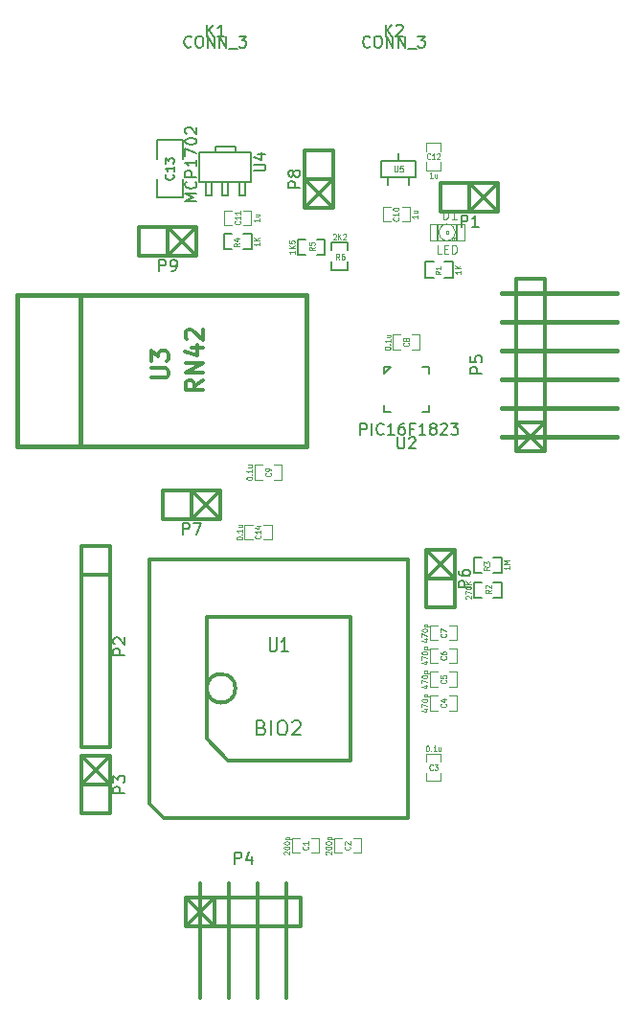
<source format=gto>
G04 (created by PCBNEW (2013-mar-13)-testing) date Wed 06 Nov 2013 09:32:46 AM CET*
%MOIN*%
G04 Gerber Fmt 3.4, Leading zero omitted, Abs format*
%FSLAX34Y34*%
G01*
G70*
G90*
G04 APERTURE LIST*
%ADD10C,0.005906*%
%ADD11C,0.004700*%
%ADD12C,0.005000*%
%ADD13C,0.002600*%
%ADD14C,0.004000*%
%ADD15C,0.012000*%
%ADD16C,0.015000*%
%ADD17C,0.004500*%
%ADD18C,0.003500*%
%ADD19C,0.008000*%
%ADD20C,0.007900*%
%ADD21C,0.003900*%
G04 APERTURE END LIST*
G54D10*
G54D11*
X50748Y-47854D02*
X51023Y-47854D01*
X50354Y-47854D02*
X50079Y-47854D01*
X50748Y-47342D02*
X51023Y-47342D01*
X50079Y-47342D02*
X50354Y-47342D01*
X51023Y-47348D02*
X51023Y-47848D01*
X50079Y-47848D02*
X50079Y-47348D01*
X52204Y-47854D02*
X52479Y-47854D01*
X51810Y-47854D02*
X51535Y-47854D01*
X52204Y-47342D02*
X52479Y-47342D01*
X51535Y-47342D02*
X51810Y-47342D01*
X52479Y-47348D02*
X52479Y-47848D01*
X51535Y-47848D02*
X51535Y-47348D01*
X54744Y-45078D02*
X54744Y-45353D01*
X54744Y-44684D02*
X54744Y-44409D01*
X55256Y-45078D02*
X55256Y-45353D01*
X55256Y-44409D02*
X55256Y-44684D01*
X55250Y-45353D02*
X54750Y-45353D01*
X54750Y-44409D02*
X55250Y-44409D01*
X55551Y-42893D02*
X55826Y-42893D01*
X55157Y-42893D02*
X54882Y-42893D01*
X55551Y-42381D02*
X55826Y-42381D01*
X54882Y-42381D02*
X55157Y-42381D01*
X55826Y-42387D02*
X55826Y-42887D01*
X54882Y-42887D02*
X54882Y-42387D01*
X55551Y-42067D02*
X55826Y-42067D01*
X55157Y-42067D02*
X54882Y-42067D01*
X55551Y-41555D02*
X55826Y-41555D01*
X54882Y-41555D02*
X55157Y-41555D01*
X55826Y-41561D02*
X55826Y-42061D01*
X54882Y-42061D02*
X54882Y-41561D01*
X55551Y-41240D02*
X55826Y-41240D01*
X55157Y-41240D02*
X54882Y-41240D01*
X55551Y-40728D02*
X55826Y-40728D01*
X54882Y-40728D02*
X55157Y-40728D01*
X55826Y-40734D02*
X55826Y-41234D01*
X54882Y-41234D02*
X54882Y-40734D01*
X55551Y-40452D02*
X55826Y-40452D01*
X55157Y-40452D02*
X54882Y-40452D01*
X55551Y-39940D02*
X55826Y-39940D01*
X54882Y-39940D02*
X55157Y-39940D01*
X55826Y-39946D02*
X55826Y-40446D01*
X54882Y-40446D02*
X54882Y-39946D01*
X54252Y-30334D02*
X54527Y-30334D01*
X53858Y-30334D02*
X53583Y-30334D01*
X54252Y-29822D02*
X54527Y-29822D01*
X53583Y-29822D02*
X53858Y-29822D01*
X54527Y-29828D02*
X54527Y-30328D01*
X53583Y-30328D02*
X53583Y-29828D01*
X49448Y-34862D02*
X49723Y-34862D01*
X49054Y-34862D02*
X48779Y-34862D01*
X49448Y-34350D02*
X49723Y-34350D01*
X48779Y-34350D02*
X49054Y-34350D01*
X49723Y-34356D02*
X49723Y-34856D01*
X48779Y-34856D02*
X48779Y-34356D01*
X53503Y-25373D02*
X53228Y-25373D01*
X53897Y-25373D02*
X54172Y-25373D01*
X53503Y-25885D02*
X53228Y-25885D01*
X54172Y-25885D02*
X53897Y-25885D01*
X53228Y-25879D02*
X53228Y-25379D01*
X54172Y-25379D02*
X54172Y-25879D01*
X47991Y-25492D02*
X47716Y-25492D01*
X48385Y-25492D02*
X48660Y-25492D01*
X47991Y-26004D02*
X47716Y-26004D01*
X48660Y-26004D02*
X48385Y-26004D01*
X47716Y-25998D02*
X47716Y-25498D01*
X48660Y-25498D02*
X48660Y-25998D01*
X55256Y-23425D02*
X55256Y-23150D01*
X55256Y-23819D02*
X55256Y-24094D01*
X54744Y-23425D02*
X54744Y-23150D01*
X54744Y-24094D02*
X54744Y-23819D01*
X54750Y-23150D02*
X55250Y-23150D01*
X55250Y-24094D02*
X54750Y-24094D01*
G54D12*
X46276Y-23055D02*
X45376Y-23055D01*
X45376Y-23055D02*
X45376Y-23705D01*
X46276Y-24405D02*
X46276Y-25055D01*
X46276Y-25055D02*
X45376Y-25055D01*
X45376Y-25055D02*
X45376Y-24405D01*
X46276Y-23705D02*
X46276Y-23055D01*
G54D13*
X55433Y-26298D02*
X55511Y-26298D01*
X55511Y-26298D02*
X55511Y-26220D01*
X55433Y-26220D02*
X55511Y-26220D01*
X55433Y-26298D02*
X55433Y-26220D01*
X55649Y-26534D02*
X55786Y-26534D01*
X55786Y-26534D02*
X55786Y-26436D01*
X55649Y-26436D02*
X55786Y-26436D01*
X55649Y-26534D02*
X55649Y-26436D01*
X55786Y-26534D02*
X55826Y-26534D01*
X55826Y-26534D02*
X55826Y-26063D01*
X55786Y-26063D02*
X55826Y-26063D01*
X55786Y-26534D02*
X55786Y-26063D01*
X55786Y-26043D02*
X55826Y-26043D01*
X55826Y-26043D02*
X55826Y-25984D01*
X55786Y-25984D02*
X55826Y-25984D01*
X55786Y-26043D02*
X55786Y-25984D01*
X55118Y-26534D02*
X55158Y-26534D01*
X55158Y-26534D02*
X55158Y-26063D01*
X55118Y-26063D02*
X55158Y-26063D01*
X55118Y-26534D02*
X55118Y-26063D01*
X55118Y-26043D02*
X55158Y-26043D01*
X55158Y-26043D02*
X55158Y-25984D01*
X55118Y-25984D02*
X55158Y-25984D01*
X55118Y-26043D02*
X55118Y-25984D01*
X55649Y-26534D02*
X55708Y-26534D01*
X55708Y-26534D02*
X55708Y-26436D01*
X55649Y-26436D02*
X55708Y-26436D01*
X55649Y-26534D02*
X55649Y-26436D01*
G54D14*
X56082Y-26554D02*
X54862Y-26554D01*
X54862Y-26554D02*
X54862Y-25964D01*
X54862Y-25964D02*
X56082Y-25964D01*
X56082Y-25964D02*
X56082Y-26554D01*
X55256Y-26456D02*
G75*
G03X55688Y-26455I215J196D01*
G74*
G01*
X55256Y-26063D02*
G75*
G03X55256Y-26455I215J-196D01*
G74*
G01*
X55687Y-26063D02*
G75*
G03X55256Y-26063I-215J-196D01*
G74*
G01*
X55688Y-26456D02*
G75*
G03X55688Y-26063I-215J196D01*
G74*
G01*
G54D15*
X56259Y-25539D02*
X56259Y-24539D01*
X56259Y-24539D02*
X57259Y-25539D01*
X57259Y-24539D02*
X56259Y-25539D01*
X55259Y-24539D02*
X57259Y-24539D01*
X57259Y-25539D02*
X55259Y-25539D01*
X57259Y-24539D02*
X57259Y-25539D01*
X55259Y-25539D02*
X55259Y-24539D01*
X43728Y-38169D02*
X42728Y-38169D01*
X42728Y-37169D02*
X42728Y-44169D01*
X43728Y-44169D02*
X43728Y-37169D01*
X42728Y-37169D02*
X43728Y-37169D01*
X43728Y-44169D02*
X42728Y-44169D01*
X43728Y-45472D02*
X42728Y-45472D01*
X42728Y-45472D02*
X43728Y-44472D01*
X42728Y-44472D02*
X43728Y-45472D01*
X42728Y-46472D02*
X42728Y-44472D01*
X43728Y-44472D02*
X43728Y-46472D01*
X42728Y-44472D02*
X43728Y-44472D01*
X43728Y-46472D02*
X42728Y-46472D01*
X58862Y-33866D02*
X57862Y-32866D01*
X57862Y-32866D02*
X58862Y-32866D01*
X58862Y-32866D02*
X57862Y-33866D01*
G54D16*
X57362Y-33366D02*
X61362Y-33366D01*
X57362Y-28366D02*
X61362Y-28366D01*
X57362Y-29366D02*
X61362Y-29366D01*
X57362Y-30366D02*
X61362Y-30366D01*
X61362Y-31366D02*
X57362Y-31366D01*
X57362Y-32366D02*
X61362Y-32366D01*
G54D15*
X58862Y-33866D02*
X57862Y-33866D01*
X57862Y-33866D02*
X57862Y-27866D01*
X57862Y-27866D02*
X58862Y-27866D01*
X58862Y-27866D02*
X58862Y-33866D01*
X55736Y-38307D02*
X54736Y-38307D01*
X54736Y-38307D02*
X55736Y-37307D01*
X54736Y-37307D02*
X55736Y-38307D01*
X54736Y-39307D02*
X54736Y-37307D01*
X55736Y-37307D02*
X55736Y-39307D01*
X54736Y-37307D02*
X55736Y-37307D01*
X55736Y-39307D02*
X54736Y-39307D01*
X46574Y-36248D02*
X46574Y-35248D01*
X46574Y-35248D02*
X47574Y-36248D01*
X47574Y-35248D02*
X46574Y-36248D01*
X45574Y-35248D02*
X47574Y-35248D01*
X47574Y-36248D02*
X45574Y-36248D01*
X47574Y-35248D02*
X47574Y-36248D01*
X45574Y-36248D02*
X45574Y-35248D01*
X50523Y-24409D02*
X51523Y-24409D01*
X51523Y-24409D02*
X50523Y-25409D01*
X51523Y-25409D02*
X50523Y-24409D01*
X51523Y-23409D02*
X51523Y-25409D01*
X50523Y-25409D02*
X50523Y-23409D01*
X51523Y-25409D02*
X50523Y-25409D01*
X50523Y-23409D02*
X51523Y-23409D01*
X45748Y-27074D02*
X45748Y-26074D01*
X45748Y-26074D02*
X46748Y-27074D01*
X46748Y-26074D02*
X45748Y-27074D01*
X44748Y-26074D02*
X46748Y-26074D01*
X46748Y-27074D02*
X44748Y-27074D01*
X46748Y-26074D02*
X46748Y-27074D01*
X44748Y-27074D02*
X44748Y-26074D01*
G54D12*
X55393Y-27834D02*
X55671Y-27834D01*
X55671Y-27834D02*
X55671Y-27284D01*
X55671Y-27284D02*
X55393Y-27284D01*
X54721Y-27834D02*
X54999Y-27834D01*
X54721Y-27834D02*
X54721Y-27284D01*
X54721Y-27284D02*
X54999Y-27284D01*
X56692Y-38425D02*
X56414Y-38425D01*
X56414Y-38425D02*
X56414Y-38975D01*
X56414Y-38975D02*
X56692Y-38975D01*
X57364Y-38425D02*
X57086Y-38425D01*
X57364Y-38425D02*
X57364Y-38975D01*
X57364Y-38975D02*
X57086Y-38975D01*
X57086Y-38109D02*
X57364Y-38109D01*
X57364Y-38109D02*
X57364Y-37559D01*
X57364Y-37559D02*
X57086Y-37559D01*
X56414Y-38109D02*
X56692Y-38109D01*
X56414Y-38109D02*
X56414Y-37559D01*
X56414Y-37559D02*
X56692Y-37559D01*
X48385Y-26849D02*
X48663Y-26849D01*
X48663Y-26849D02*
X48663Y-26299D01*
X48663Y-26299D02*
X48385Y-26299D01*
X47713Y-26849D02*
X47991Y-26849D01*
X47713Y-26849D02*
X47713Y-26299D01*
X47713Y-26299D02*
X47991Y-26299D01*
X50551Y-26496D02*
X50273Y-26496D01*
X50273Y-26496D02*
X50273Y-27046D01*
X50273Y-27046D02*
X50551Y-27046D01*
X51223Y-26496D02*
X50945Y-26496D01*
X51223Y-26496D02*
X51223Y-27046D01*
X51223Y-27046D02*
X50945Y-27046D01*
X52007Y-26889D02*
X52007Y-26611D01*
X52007Y-26611D02*
X51457Y-26611D01*
X51457Y-26611D02*
X51457Y-26889D01*
X52007Y-27561D02*
X52007Y-27283D01*
X52007Y-27561D02*
X51457Y-27561D01*
X51457Y-27561D02*
X51457Y-27283D01*
G54D15*
X48106Y-42125D02*
G75*
G03X48106Y-42125I-500J0D01*
G74*
G01*
X47856Y-44625D02*
X52106Y-44625D01*
X52106Y-39625D02*
X52106Y-44625D01*
X47106Y-39625D02*
X52106Y-39625D01*
X47856Y-44625D02*
X47106Y-43875D01*
X47106Y-43875D02*
X47106Y-39625D01*
X45106Y-46125D02*
X45606Y-46625D01*
X45606Y-46625D02*
X54106Y-46625D01*
X54106Y-46625D02*
X54106Y-37625D01*
X54106Y-37625D02*
X45106Y-37625D01*
X45106Y-37625D02*
X45106Y-46125D01*
G54D16*
X42716Y-33700D02*
X40511Y-33700D01*
X40511Y-33700D02*
X40511Y-28424D01*
X40511Y-28424D02*
X42716Y-28424D01*
X50590Y-33700D02*
X42716Y-33700D01*
X42716Y-33700D02*
X42716Y-28424D01*
X42716Y-28424D02*
X50590Y-28424D01*
X50590Y-28424D02*
X50590Y-33700D01*
G54D12*
X48245Y-24961D02*
X48445Y-24961D01*
X48445Y-24961D02*
X48445Y-24491D01*
X48245Y-24961D02*
X48245Y-24491D01*
X47655Y-24961D02*
X47655Y-24491D01*
X47855Y-24961D02*
X47855Y-24491D01*
X47655Y-24961D02*
X47855Y-24961D01*
X47065Y-24961D02*
X47265Y-24961D01*
X47265Y-24961D02*
X47265Y-24491D01*
X47065Y-24961D02*
X47065Y-24491D01*
X47400Y-23266D02*
X48110Y-23266D01*
X48110Y-23266D02*
X48110Y-23461D01*
X47400Y-23266D02*
X47400Y-23461D01*
X46850Y-24491D02*
X46850Y-23461D01*
X46850Y-23461D02*
X48660Y-23461D01*
X48660Y-23461D02*
X48660Y-24491D01*
X48660Y-24491D02*
X46850Y-24491D01*
X54154Y-24330D02*
X54154Y-24590D01*
X53404Y-24330D02*
X53404Y-24590D01*
X53779Y-23780D02*
X53779Y-23520D01*
X53189Y-23780D02*
X54369Y-23780D01*
X54369Y-23780D02*
X54369Y-24330D01*
X54369Y-24330D02*
X53189Y-24330D01*
X53189Y-24330D02*
X53189Y-23780D01*
G54D15*
X46385Y-49397D02*
X47385Y-50397D01*
X47385Y-49397D02*
X46385Y-50397D01*
X46385Y-49397D02*
X50385Y-49397D01*
X50385Y-49397D02*
X50385Y-50397D01*
X50385Y-50397D02*
X46385Y-50397D01*
X47385Y-49397D02*
X47385Y-50397D01*
X46885Y-48897D02*
X46885Y-52897D01*
X49885Y-48897D02*
X49885Y-52897D01*
X48885Y-52897D02*
X48885Y-48897D01*
X47885Y-48897D02*
X47885Y-52897D01*
X46385Y-50397D02*
X46385Y-49397D01*
G54D11*
X49094Y-36948D02*
X49369Y-36948D01*
X48700Y-36948D02*
X48425Y-36948D01*
X49094Y-36436D02*
X49369Y-36436D01*
X48425Y-36436D02*
X48700Y-36436D01*
X49369Y-36442D02*
X49369Y-36942D01*
X48425Y-36942D02*
X48425Y-36442D01*
G54D10*
X53267Y-31181D02*
X53503Y-30944D01*
X53503Y-32519D02*
X53267Y-32519D01*
X53267Y-32519D02*
X53267Y-32283D01*
X54842Y-32283D02*
X54842Y-32519D01*
X54842Y-32519D02*
X54606Y-32519D01*
X54606Y-30944D02*
X54842Y-30944D01*
X54842Y-30944D02*
X54842Y-31181D01*
X53503Y-30944D02*
X53267Y-30944D01*
X53267Y-30944D02*
X53267Y-31181D01*
G54D17*
X50622Y-47628D02*
X50632Y-47636D01*
X50641Y-47662D01*
X50641Y-47679D01*
X50632Y-47705D01*
X50613Y-47722D01*
X50594Y-47731D01*
X50555Y-47739D01*
X50527Y-47739D01*
X50489Y-47731D01*
X50470Y-47722D01*
X50451Y-47705D01*
X50441Y-47679D01*
X50441Y-47662D01*
X50451Y-47636D01*
X50460Y-47628D01*
X50641Y-47456D02*
X50641Y-47559D01*
X50641Y-47508D02*
X50441Y-47508D01*
X50470Y-47525D01*
X50489Y-47542D01*
X50498Y-47559D01*
X49810Y-47902D02*
X49801Y-47894D01*
X49791Y-47876D01*
X49791Y-47834D01*
X49801Y-47816D01*
X49810Y-47808D01*
X49829Y-47799D01*
X49848Y-47799D01*
X49877Y-47808D01*
X49991Y-47911D01*
X49991Y-47799D01*
X49791Y-47688D02*
X49791Y-47671D01*
X49801Y-47654D01*
X49810Y-47645D01*
X49829Y-47636D01*
X49867Y-47628D01*
X49915Y-47628D01*
X49953Y-47636D01*
X49972Y-47645D01*
X49982Y-47654D01*
X49991Y-47671D01*
X49991Y-47688D01*
X49982Y-47705D01*
X49972Y-47714D01*
X49953Y-47722D01*
X49915Y-47731D01*
X49867Y-47731D01*
X49829Y-47722D01*
X49810Y-47714D01*
X49801Y-47705D01*
X49791Y-47688D01*
X49791Y-47516D02*
X49791Y-47499D01*
X49801Y-47482D01*
X49810Y-47474D01*
X49829Y-47465D01*
X49867Y-47456D01*
X49915Y-47456D01*
X49953Y-47465D01*
X49972Y-47474D01*
X49982Y-47482D01*
X49991Y-47499D01*
X49991Y-47516D01*
X49982Y-47534D01*
X49972Y-47542D01*
X49953Y-47551D01*
X49915Y-47559D01*
X49867Y-47559D01*
X49829Y-47551D01*
X49810Y-47542D01*
X49801Y-47534D01*
X49791Y-47516D01*
X49858Y-47379D02*
X50058Y-47379D01*
X49867Y-47379D02*
X49858Y-47362D01*
X49858Y-47328D01*
X49867Y-47311D01*
X49877Y-47302D01*
X49896Y-47294D01*
X49953Y-47294D01*
X49972Y-47302D01*
X49982Y-47311D01*
X49991Y-47328D01*
X49991Y-47362D01*
X49982Y-47379D01*
X52079Y-47628D02*
X52088Y-47636D01*
X52098Y-47662D01*
X52098Y-47679D01*
X52088Y-47705D01*
X52069Y-47722D01*
X52050Y-47731D01*
X52012Y-47739D01*
X51984Y-47739D01*
X51945Y-47731D01*
X51926Y-47722D01*
X51907Y-47705D01*
X51898Y-47679D01*
X51898Y-47662D01*
X51907Y-47636D01*
X51917Y-47628D01*
X51917Y-47559D02*
X51907Y-47551D01*
X51898Y-47534D01*
X51898Y-47491D01*
X51907Y-47474D01*
X51917Y-47465D01*
X51936Y-47456D01*
X51955Y-47456D01*
X51984Y-47465D01*
X52098Y-47568D01*
X52098Y-47456D01*
X51267Y-47902D02*
X51257Y-47894D01*
X51248Y-47876D01*
X51248Y-47834D01*
X51257Y-47816D01*
X51267Y-47808D01*
X51286Y-47799D01*
X51305Y-47799D01*
X51334Y-47808D01*
X51448Y-47911D01*
X51448Y-47799D01*
X51248Y-47688D02*
X51248Y-47671D01*
X51257Y-47654D01*
X51267Y-47645D01*
X51286Y-47636D01*
X51324Y-47628D01*
X51372Y-47628D01*
X51410Y-47636D01*
X51429Y-47645D01*
X51438Y-47654D01*
X51448Y-47671D01*
X51448Y-47688D01*
X51438Y-47705D01*
X51429Y-47714D01*
X51410Y-47722D01*
X51372Y-47731D01*
X51324Y-47731D01*
X51286Y-47722D01*
X51267Y-47714D01*
X51257Y-47705D01*
X51248Y-47688D01*
X51248Y-47516D02*
X51248Y-47499D01*
X51257Y-47482D01*
X51267Y-47474D01*
X51286Y-47465D01*
X51324Y-47456D01*
X51372Y-47456D01*
X51410Y-47465D01*
X51429Y-47474D01*
X51438Y-47482D01*
X51448Y-47499D01*
X51448Y-47516D01*
X51438Y-47534D01*
X51429Y-47542D01*
X51410Y-47551D01*
X51372Y-47559D01*
X51324Y-47559D01*
X51286Y-47551D01*
X51267Y-47542D01*
X51257Y-47534D01*
X51248Y-47516D01*
X51315Y-47379D02*
X51515Y-47379D01*
X51324Y-47379D02*
X51315Y-47362D01*
X51315Y-47328D01*
X51324Y-47311D01*
X51334Y-47302D01*
X51353Y-47294D01*
X51410Y-47294D01*
X51429Y-47302D01*
X51438Y-47311D01*
X51448Y-47328D01*
X51448Y-47362D01*
X51438Y-47379D01*
X54970Y-44953D02*
X54961Y-44962D01*
X54935Y-44972D01*
X54918Y-44972D01*
X54892Y-44962D01*
X54875Y-44943D01*
X54867Y-44924D01*
X54858Y-44886D01*
X54858Y-44858D01*
X54867Y-44819D01*
X54875Y-44800D01*
X54892Y-44781D01*
X54918Y-44772D01*
X54935Y-44772D01*
X54961Y-44781D01*
X54970Y-44791D01*
X55030Y-44772D02*
X55141Y-44772D01*
X55081Y-44848D01*
X55107Y-44848D01*
X55124Y-44858D01*
X55132Y-44867D01*
X55141Y-44886D01*
X55141Y-44934D01*
X55132Y-44953D01*
X55124Y-44962D01*
X55107Y-44972D01*
X55055Y-44972D01*
X55038Y-44962D01*
X55030Y-44953D01*
X54781Y-44122D02*
X54798Y-44122D01*
X54815Y-44131D01*
X54824Y-44141D01*
X54832Y-44160D01*
X54841Y-44198D01*
X54841Y-44246D01*
X54832Y-44284D01*
X54824Y-44303D01*
X54815Y-44312D01*
X54798Y-44322D01*
X54781Y-44322D01*
X54764Y-44312D01*
X54755Y-44303D01*
X54747Y-44284D01*
X54738Y-44246D01*
X54738Y-44198D01*
X54747Y-44160D01*
X54755Y-44141D01*
X54764Y-44131D01*
X54781Y-44122D01*
X54918Y-44303D02*
X54927Y-44312D01*
X54918Y-44322D01*
X54910Y-44312D01*
X54918Y-44303D01*
X54918Y-44322D01*
X55098Y-44322D02*
X54995Y-44322D01*
X55047Y-44322D02*
X55047Y-44122D01*
X55030Y-44150D01*
X55012Y-44169D01*
X54995Y-44179D01*
X55252Y-44189D02*
X55252Y-44322D01*
X55175Y-44189D02*
X55175Y-44293D01*
X55184Y-44312D01*
X55201Y-44322D01*
X55227Y-44322D01*
X55244Y-44312D01*
X55252Y-44303D01*
X55425Y-42667D02*
X55435Y-42676D01*
X55444Y-42702D01*
X55444Y-42719D01*
X55435Y-42744D01*
X55416Y-42762D01*
X55397Y-42770D01*
X55359Y-42779D01*
X55330Y-42779D01*
X55292Y-42770D01*
X55273Y-42762D01*
X55254Y-42744D01*
X55244Y-42719D01*
X55244Y-42702D01*
X55254Y-42676D01*
X55263Y-42667D01*
X55311Y-42513D02*
X55444Y-42513D01*
X55235Y-42556D02*
X55378Y-42599D01*
X55378Y-42487D01*
X54661Y-42856D02*
X54794Y-42856D01*
X54585Y-42899D02*
X54728Y-42942D01*
X54728Y-42830D01*
X54594Y-42779D02*
X54594Y-42659D01*
X54794Y-42736D01*
X54594Y-42556D02*
X54594Y-42539D01*
X54604Y-42522D01*
X54613Y-42513D01*
X54632Y-42504D01*
X54670Y-42496D01*
X54718Y-42496D01*
X54756Y-42504D01*
X54775Y-42513D01*
X54785Y-42522D01*
X54794Y-42539D01*
X54794Y-42556D01*
X54785Y-42573D01*
X54775Y-42582D01*
X54756Y-42590D01*
X54718Y-42599D01*
X54670Y-42599D01*
X54632Y-42590D01*
X54613Y-42582D01*
X54604Y-42573D01*
X54594Y-42556D01*
X54661Y-42419D02*
X54861Y-42419D01*
X54670Y-42419D02*
X54661Y-42402D01*
X54661Y-42367D01*
X54670Y-42350D01*
X54680Y-42342D01*
X54699Y-42333D01*
X54756Y-42333D01*
X54775Y-42342D01*
X54785Y-42350D01*
X54794Y-42367D01*
X54794Y-42402D01*
X54785Y-42419D01*
X55425Y-41841D02*
X55435Y-41849D01*
X55444Y-41875D01*
X55444Y-41892D01*
X55435Y-41918D01*
X55416Y-41935D01*
X55397Y-41943D01*
X55359Y-41952D01*
X55330Y-41952D01*
X55292Y-41943D01*
X55273Y-41935D01*
X55254Y-41918D01*
X55244Y-41892D01*
X55244Y-41875D01*
X55254Y-41849D01*
X55263Y-41841D01*
X55244Y-41678D02*
X55244Y-41763D01*
X55340Y-41772D01*
X55330Y-41763D01*
X55320Y-41746D01*
X55320Y-41703D01*
X55330Y-41686D01*
X55340Y-41678D01*
X55359Y-41669D01*
X55406Y-41669D01*
X55425Y-41678D01*
X55435Y-41686D01*
X55444Y-41703D01*
X55444Y-41746D01*
X55435Y-41763D01*
X55425Y-41772D01*
X54661Y-42029D02*
X54794Y-42029D01*
X54585Y-42072D02*
X54728Y-42115D01*
X54728Y-42003D01*
X54594Y-41952D02*
X54594Y-41832D01*
X54794Y-41909D01*
X54594Y-41729D02*
X54594Y-41712D01*
X54604Y-41695D01*
X54613Y-41686D01*
X54632Y-41678D01*
X54670Y-41669D01*
X54718Y-41669D01*
X54756Y-41678D01*
X54775Y-41686D01*
X54785Y-41695D01*
X54794Y-41712D01*
X54794Y-41729D01*
X54785Y-41746D01*
X54775Y-41755D01*
X54756Y-41763D01*
X54718Y-41772D01*
X54670Y-41772D01*
X54632Y-41763D01*
X54613Y-41755D01*
X54604Y-41746D01*
X54594Y-41729D01*
X54661Y-41592D02*
X54861Y-41592D01*
X54670Y-41592D02*
X54661Y-41575D01*
X54661Y-41541D01*
X54670Y-41523D01*
X54680Y-41515D01*
X54699Y-41506D01*
X54756Y-41506D01*
X54775Y-41515D01*
X54785Y-41523D01*
X54794Y-41541D01*
X54794Y-41575D01*
X54785Y-41592D01*
X55425Y-41014D02*
X55435Y-41022D01*
X55444Y-41048D01*
X55444Y-41065D01*
X55435Y-41091D01*
X55416Y-41108D01*
X55397Y-41117D01*
X55359Y-41125D01*
X55330Y-41125D01*
X55292Y-41117D01*
X55273Y-41108D01*
X55254Y-41091D01*
X55244Y-41065D01*
X55244Y-41048D01*
X55254Y-41022D01*
X55263Y-41014D01*
X55244Y-40859D02*
X55244Y-40894D01*
X55254Y-40911D01*
X55263Y-40919D01*
X55292Y-40937D01*
X55330Y-40945D01*
X55406Y-40945D01*
X55425Y-40937D01*
X55435Y-40928D01*
X55444Y-40911D01*
X55444Y-40877D01*
X55435Y-40859D01*
X55425Y-40851D01*
X55406Y-40842D01*
X55359Y-40842D01*
X55340Y-40851D01*
X55330Y-40859D01*
X55320Y-40877D01*
X55320Y-40911D01*
X55330Y-40928D01*
X55340Y-40937D01*
X55359Y-40945D01*
X54661Y-41202D02*
X54794Y-41202D01*
X54585Y-41245D02*
X54728Y-41288D01*
X54728Y-41177D01*
X54594Y-41125D02*
X54594Y-41005D01*
X54794Y-41082D01*
X54594Y-40902D02*
X54594Y-40885D01*
X54604Y-40868D01*
X54613Y-40859D01*
X54632Y-40851D01*
X54670Y-40842D01*
X54718Y-40842D01*
X54756Y-40851D01*
X54775Y-40859D01*
X54785Y-40868D01*
X54794Y-40885D01*
X54794Y-40902D01*
X54785Y-40919D01*
X54775Y-40928D01*
X54756Y-40937D01*
X54718Y-40945D01*
X54670Y-40945D01*
X54632Y-40937D01*
X54613Y-40928D01*
X54604Y-40919D01*
X54594Y-40902D01*
X54661Y-40765D02*
X54861Y-40765D01*
X54670Y-40765D02*
X54661Y-40748D01*
X54661Y-40714D01*
X54670Y-40697D01*
X54680Y-40688D01*
X54699Y-40679D01*
X54756Y-40679D01*
X54775Y-40688D01*
X54785Y-40697D01*
X54794Y-40714D01*
X54794Y-40748D01*
X54785Y-40765D01*
X55425Y-40226D02*
X55435Y-40235D01*
X55444Y-40261D01*
X55444Y-40278D01*
X55435Y-40303D01*
X55416Y-40321D01*
X55397Y-40329D01*
X55359Y-40338D01*
X55330Y-40338D01*
X55292Y-40329D01*
X55273Y-40321D01*
X55254Y-40303D01*
X55244Y-40278D01*
X55244Y-40261D01*
X55254Y-40235D01*
X55263Y-40226D01*
X55244Y-40166D02*
X55244Y-40046D01*
X55444Y-40123D01*
X54661Y-40415D02*
X54794Y-40415D01*
X54585Y-40458D02*
X54728Y-40501D01*
X54728Y-40389D01*
X54594Y-40338D02*
X54594Y-40218D01*
X54794Y-40295D01*
X54594Y-40115D02*
X54594Y-40098D01*
X54604Y-40081D01*
X54613Y-40072D01*
X54632Y-40063D01*
X54670Y-40055D01*
X54718Y-40055D01*
X54756Y-40063D01*
X54775Y-40072D01*
X54785Y-40081D01*
X54794Y-40098D01*
X54794Y-40115D01*
X54785Y-40132D01*
X54775Y-40141D01*
X54756Y-40149D01*
X54718Y-40158D01*
X54670Y-40158D01*
X54632Y-40149D01*
X54613Y-40141D01*
X54604Y-40132D01*
X54594Y-40115D01*
X54661Y-39978D02*
X54861Y-39978D01*
X54670Y-39978D02*
X54661Y-39961D01*
X54661Y-39926D01*
X54670Y-39909D01*
X54680Y-39901D01*
X54699Y-39892D01*
X54756Y-39892D01*
X54775Y-39901D01*
X54785Y-39909D01*
X54794Y-39926D01*
X54794Y-39961D01*
X54785Y-39978D01*
X54126Y-30108D02*
X54136Y-30117D01*
X54145Y-30143D01*
X54145Y-30160D01*
X54136Y-30185D01*
X54117Y-30203D01*
X54097Y-30211D01*
X54059Y-30220D01*
X54031Y-30220D01*
X53993Y-30211D01*
X53974Y-30203D01*
X53955Y-30185D01*
X53945Y-30160D01*
X53945Y-30143D01*
X53955Y-30117D01*
X53964Y-30108D01*
X54031Y-30005D02*
X54021Y-30023D01*
X54012Y-30031D01*
X53993Y-30040D01*
X53983Y-30040D01*
X53964Y-30031D01*
X53955Y-30023D01*
X53945Y-30005D01*
X53945Y-29971D01*
X53955Y-29954D01*
X53964Y-29945D01*
X53983Y-29937D01*
X53993Y-29937D01*
X54012Y-29945D01*
X54021Y-29954D01*
X54031Y-29971D01*
X54031Y-30005D01*
X54040Y-30023D01*
X54050Y-30031D01*
X54069Y-30040D01*
X54107Y-30040D01*
X54126Y-30031D01*
X54136Y-30023D01*
X54145Y-30005D01*
X54145Y-29971D01*
X54136Y-29954D01*
X54126Y-29945D01*
X54107Y-29937D01*
X54069Y-29937D01*
X54050Y-29945D01*
X54040Y-29954D01*
X54031Y-29971D01*
X53295Y-30297D02*
X53295Y-30280D01*
X53305Y-30263D01*
X53314Y-30254D01*
X53333Y-30245D01*
X53371Y-30237D01*
X53419Y-30237D01*
X53457Y-30245D01*
X53476Y-30254D01*
X53486Y-30263D01*
X53495Y-30280D01*
X53495Y-30297D01*
X53486Y-30314D01*
X53476Y-30323D01*
X53457Y-30331D01*
X53419Y-30340D01*
X53371Y-30340D01*
X53333Y-30331D01*
X53314Y-30323D01*
X53305Y-30314D01*
X53295Y-30297D01*
X53476Y-30160D02*
X53486Y-30151D01*
X53495Y-30160D01*
X53486Y-30168D01*
X53476Y-30160D01*
X53495Y-30160D01*
X53495Y-29980D02*
X53495Y-30083D01*
X53495Y-30031D02*
X53295Y-30031D01*
X53324Y-30048D01*
X53343Y-30065D01*
X53352Y-30083D01*
X53362Y-29825D02*
X53495Y-29825D01*
X53362Y-29903D02*
X53467Y-29903D01*
X53486Y-29894D01*
X53495Y-29877D01*
X53495Y-29851D01*
X53486Y-29834D01*
X53476Y-29825D01*
X49323Y-34636D02*
X49332Y-34644D01*
X49342Y-34670D01*
X49342Y-34687D01*
X49332Y-34713D01*
X49313Y-34730D01*
X49294Y-34739D01*
X49256Y-34747D01*
X49228Y-34747D01*
X49190Y-34739D01*
X49171Y-34730D01*
X49151Y-34713D01*
X49142Y-34687D01*
X49142Y-34670D01*
X49151Y-34644D01*
X49161Y-34636D01*
X49342Y-34550D02*
X49342Y-34516D01*
X49332Y-34499D01*
X49323Y-34490D01*
X49294Y-34473D01*
X49256Y-34464D01*
X49180Y-34464D01*
X49161Y-34473D01*
X49151Y-34482D01*
X49142Y-34499D01*
X49142Y-34533D01*
X49151Y-34550D01*
X49161Y-34559D01*
X49180Y-34567D01*
X49228Y-34567D01*
X49247Y-34559D01*
X49256Y-34550D01*
X49266Y-34533D01*
X49266Y-34499D01*
X49256Y-34482D01*
X49247Y-34473D01*
X49228Y-34464D01*
X48492Y-34824D02*
X48492Y-34807D01*
X48501Y-34790D01*
X48511Y-34782D01*
X48530Y-34773D01*
X48568Y-34764D01*
X48616Y-34764D01*
X48654Y-34773D01*
X48673Y-34782D01*
X48682Y-34790D01*
X48692Y-34807D01*
X48692Y-34824D01*
X48682Y-34842D01*
X48673Y-34850D01*
X48654Y-34859D01*
X48616Y-34867D01*
X48568Y-34867D01*
X48530Y-34859D01*
X48511Y-34850D01*
X48501Y-34842D01*
X48492Y-34824D01*
X48673Y-34687D02*
X48682Y-34679D01*
X48692Y-34687D01*
X48682Y-34696D01*
X48673Y-34687D01*
X48692Y-34687D01*
X48692Y-34507D02*
X48692Y-34610D01*
X48692Y-34559D02*
X48492Y-34559D01*
X48521Y-34576D01*
X48540Y-34593D01*
X48549Y-34610D01*
X48559Y-34353D02*
X48692Y-34353D01*
X48559Y-34430D02*
X48663Y-34430D01*
X48682Y-34422D01*
X48692Y-34404D01*
X48692Y-34379D01*
X48682Y-34362D01*
X48673Y-34353D01*
X53772Y-25745D02*
X53781Y-25754D01*
X53791Y-25779D01*
X53791Y-25797D01*
X53781Y-25822D01*
X53762Y-25839D01*
X53743Y-25848D01*
X53705Y-25857D01*
X53676Y-25857D01*
X53638Y-25848D01*
X53619Y-25839D01*
X53600Y-25822D01*
X53591Y-25797D01*
X53591Y-25779D01*
X53600Y-25754D01*
X53610Y-25745D01*
X53791Y-25574D02*
X53791Y-25677D01*
X53791Y-25625D02*
X53591Y-25625D01*
X53619Y-25642D01*
X53638Y-25659D01*
X53648Y-25677D01*
X53591Y-25462D02*
X53591Y-25445D01*
X53600Y-25428D01*
X53610Y-25419D01*
X53629Y-25411D01*
X53667Y-25402D01*
X53715Y-25402D01*
X53753Y-25411D01*
X53772Y-25419D01*
X53781Y-25428D01*
X53791Y-25445D01*
X53791Y-25462D01*
X53781Y-25479D01*
X53772Y-25488D01*
X53753Y-25497D01*
X53715Y-25505D01*
X53667Y-25505D01*
X53629Y-25497D01*
X53610Y-25488D01*
X53600Y-25479D01*
X53591Y-25462D01*
X54441Y-25659D02*
X54441Y-25762D01*
X54441Y-25711D02*
X54241Y-25711D01*
X54269Y-25728D01*
X54288Y-25745D01*
X54298Y-25762D01*
X54307Y-25505D02*
X54441Y-25505D01*
X54307Y-25582D02*
X54412Y-25582D01*
X54431Y-25574D01*
X54441Y-25557D01*
X54441Y-25531D01*
X54431Y-25514D01*
X54422Y-25505D01*
X48260Y-25863D02*
X48269Y-25872D01*
X48279Y-25898D01*
X48279Y-25915D01*
X48269Y-25940D01*
X48250Y-25958D01*
X48231Y-25966D01*
X48193Y-25975D01*
X48165Y-25975D01*
X48127Y-25966D01*
X48108Y-25958D01*
X48088Y-25940D01*
X48079Y-25915D01*
X48079Y-25898D01*
X48088Y-25872D01*
X48098Y-25863D01*
X48279Y-25692D02*
X48279Y-25795D01*
X48279Y-25743D02*
X48079Y-25743D01*
X48108Y-25760D01*
X48127Y-25778D01*
X48136Y-25795D01*
X48279Y-25520D02*
X48279Y-25623D01*
X48279Y-25572D02*
X48079Y-25572D01*
X48108Y-25589D01*
X48127Y-25606D01*
X48136Y-25623D01*
X48929Y-25778D02*
X48929Y-25880D01*
X48929Y-25829D02*
X48729Y-25829D01*
X48758Y-25846D01*
X48777Y-25863D01*
X48786Y-25880D01*
X48796Y-25623D02*
X48929Y-25623D01*
X48796Y-25700D02*
X48900Y-25700D01*
X48919Y-25692D01*
X48929Y-25675D01*
X48929Y-25649D01*
X48919Y-25632D01*
X48910Y-25623D01*
X54884Y-23693D02*
X54875Y-23702D01*
X54850Y-23712D01*
X54832Y-23712D01*
X54807Y-23702D01*
X54790Y-23683D01*
X54781Y-23664D01*
X54772Y-23626D01*
X54772Y-23598D01*
X54781Y-23560D01*
X54790Y-23541D01*
X54807Y-23522D01*
X54832Y-23512D01*
X54850Y-23512D01*
X54875Y-23522D01*
X54884Y-23531D01*
X55055Y-23712D02*
X54952Y-23712D01*
X55004Y-23712D02*
X55004Y-23512D01*
X54987Y-23541D01*
X54970Y-23560D01*
X54952Y-23569D01*
X55124Y-23531D02*
X55132Y-23522D01*
X55150Y-23512D01*
X55192Y-23512D01*
X55210Y-23522D01*
X55218Y-23531D01*
X55227Y-23550D01*
X55227Y-23569D01*
X55218Y-23598D01*
X55115Y-23712D01*
X55227Y-23712D01*
X54970Y-24362D02*
X54867Y-24362D01*
X54918Y-24362D02*
X54918Y-24162D01*
X54901Y-24191D01*
X54884Y-24210D01*
X54867Y-24219D01*
X55124Y-24229D02*
X55124Y-24362D01*
X55047Y-24229D02*
X55047Y-24333D01*
X55055Y-24352D01*
X55072Y-24362D01*
X55098Y-24362D01*
X55115Y-24352D01*
X55124Y-24343D01*
G54D12*
X45933Y-24247D02*
X45948Y-24262D01*
X45962Y-24305D01*
X45962Y-24333D01*
X45948Y-24376D01*
X45919Y-24405D01*
X45891Y-24419D01*
X45833Y-24433D01*
X45791Y-24433D01*
X45733Y-24419D01*
X45705Y-24405D01*
X45676Y-24376D01*
X45662Y-24333D01*
X45662Y-24305D01*
X45676Y-24262D01*
X45691Y-24247D01*
X45962Y-23962D02*
X45962Y-24133D01*
X45962Y-24047D02*
X45662Y-24047D01*
X45705Y-24076D01*
X45733Y-24105D01*
X45748Y-24133D01*
X45662Y-23862D02*
X45662Y-23676D01*
X45776Y-23776D01*
X45776Y-23733D01*
X45791Y-23705D01*
X45805Y-23690D01*
X45833Y-23676D01*
X45905Y-23676D01*
X45933Y-23690D01*
X45948Y-23705D01*
X45962Y-23733D01*
X45962Y-23819D01*
X45948Y-23847D01*
X45933Y-23862D01*
G54D18*
X55351Y-25795D02*
X55351Y-25495D01*
X55422Y-25495D01*
X55465Y-25509D01*
X55493Y-25538D01*
X55508Y-25566D01*
X55522Y-25624D01*
X55522Y-25666D01*
X55508Y-25724D01*
X55493Y-25752D01*
X55465Y-25781D01*
X55422Y-25795D01*
X55351Y-25795D01*
X55808Y-25795D02*
X55636Y-25795D01*
X55722Y-25795D02*
X55722Y-25495D01*
X55693Y-25538D01*
X55665Y-25566D01*
X55636Y-25581D01*
X55279Y-26995D02*
X55136Y-26995D01*
X55136Y-26695D01*
X55379Y-26838D02*
X55479Y-26838D01*
X55522Y-26995D02*
X55379Y-26995D01*
X55379Y-26695D01*
X55522Y-26695D01*
X55651Y-26995D02*
X55651Y-26695D01*
X55722Y-26695D01*
X55765Y-26709D01*
X55793Y-26738D01*
X55808Y-26766D01*
X55822Y-26824D01*
X55822Y-26866D01*
X55808Y-26924D01*
X55793Y-26952D01*
X55765Y-26981D01*
X55722Y-26995D01*
X55651Y-26995D01*
G54D10*
X47110Y-19430D02*
X47110Y-19036D01*
X47335Y-19430D02*
X47167Y-19205D01*
X47335Y-19036D02*
X47110Y-19261D01*
X47710Y-19430D02*
X47485Y-19430D01*
X47598Y-19430D02*
X47598Y-19036D01*
X47560Y-19092D01*
X47523Y-19130D01*
X47485Y-19148D01*
X46567Y-19786D02*
X46548Y-19805D01*
X46492Y-19823D01*
X46454Y-19823D01*
X46398Y-19805D01*
X46361Y-19767D01*
X46342Y-19730D01*
X46323Y-19655D01*
X46323Y-19598D01*
X46342Y-19523D01*
X46361Y-19486D01*
X46398Y-19448D01*
X46454Y-19430D01*
X46492Y-19430D01*
X46548Y-19448D01*
X46567Y-19467D01*
X46811Y-19430D02*
X46886Y-19430D01*
X46923Y-19448D01*
X46961Y-19486D01*
X46979Y-19561D01*
X46979Y-19692D01*
X46961Y-19767D01*
X46923Y-19805D01*
X46886Y-19823D01*
X46811Y-19823D01*
X46773Y-19805D01*
X46736Y-19767D01*
X46717Y-19692D01*
X46717Y-19561D01*
X46736Y-19486D01*
X46773Y-19448D01*
X46811Y-19430D01*
X47148Y-19823D02*
X47148Y-19430D01*
X47373Y-19823D01*
X47373Y-19430D01*
X47560Y-19823D02*
X47560Y-19430D01*
X47785Y-19823D01*
X47785Y-19430D01*
X47879Y-19861D02*
X48179Y-19861D01*
X48235Y-19430D02*
X48479Y-19430D01*
X48348Y-19580D01*
X48404Y-19580D01*
X48442Y-19598D01*
X48460Y-19617D01*
X48479Y-19655D01*
X48479Y-19748D01*
X48460Y-19786D01*
X48442Y-19805D01*
X48404Y-19823D01*
X48292Y-19823D01*
X48254Y-19805D01*
X48235Y-19786D01*
X53331Y-19430D02*
X53331Y-19036D01*
X53556Y-19430D02*
X53387Y-19205D01*
X53556Y-19036D02*
X53331Y-19261D01*
X53706Y-19073D02*
X53725Y-19055D01*
X53762Y-19036D01*
X53856Y-19036D01*
X53893Y-19055D01*
X53912Y-19073D01*
X53931Y-19111D01*
X53931Y-19148D01*
X53912Y-19205D01*
X53687Y-19430D01*
X53931Y-19430D01*
X52787Y-19786D02*
X52769Y-19805D01*
X52712Y-19823D01*
X52675Y-19823D01*
X52619Y-19805D01*
X52581Y-19767D01*
X52562Y-19730D01*
X52544Y-19655D01*
X52544Y-19598D01*
X52562Y-19523D01*
X52581Y-19486D01*
X52619Y-19448D01*
X52675Y-19430D01*
X52712Y-19430D01*
X52769Y-19448D01*
X52787Y-19467D01*
X53031Y-19430D02*
X53106Y-19430D01*
X53143Y-19448D01*
X53181Y-19486D01*
X53200Y-19561D01*
X53200Y-19692D01*
X53181Y-19767D01*
X53143Y-19805D01*
X53106Y-19823D01*
X53031Y-19823D01*
X52994Y-19805D01*
X52956Y-19767D01*
X52937Y-19692D01*
X52937Y-19561D01*
X52956Y-19486D01*
X52994Y-19448D01*
X53031Y-19430D01*
X53368Y-19823D02*
X53368Y-19430D01*
X53593Y-19823D01*
X53593Y-19430D01*
X53781Y-19823D02*
X53781Y-19430D01*
X54006Y-19823D01*
X54006Y-19430D01*
X54100Y-19861D02*
X54400Y-19861D01*
X54456Y-19430D02*
X54700Y-19430D01*
X54568Y-19580D01*
X54625Y-19580D01*
X54662Y-19598D01*
X54681Y-19617D01*
X54700Y-19655D01*
X54700Y-19748D01*
X54681Y-19786D01*
X54662Y-19805D01*
X54625Y-19823D01*
X54512Y-19823D01*
X54475Y-19805D01*
X54456Y-19786D01*
G54D19*
X55964Y-26070D02*
X55964Y-25670D01*
X56116Y-25670D01*
X56155Y-25689D01*
X56174Y-25708D01*
X56193Y-25746D01*
X56193Y-25803D01*
X56174Y-25841D01*
X56155Y-25860D01*
X56116Y-25879D01*
X55964Y-25879D01*
X56574Y-26070D02*
X56345Y-26070D01*
X56459Y-26070D02*
X56459Y-25670D01*
X56421Y-25727D01*
X56383Y-25765D01*
X56345Y-25784D01*
X44259Y-40964D02*
X43859Y-40964D01*
X43859Y-40812D01*
X43878Y-40774D01*
X43897Y-40755D01*
X43935Y-40735D01*
X43992Y-40735D01*
X44030Y-40755D01*
X44049Y-40774D01*
X44068Y-40812D01*
X44068Y-40964D01*
X43897Y-40583D02*
X43878Y-40564D01*
X43859Y-40526D01*
X43859Y-40431D01*
X43878Y-40393D01*
X43897Y-40374D01*
X43935Y-40355D01*
X43973Y-40355D01*
X44030Y-40374D01*
X44259Y-40602D01*
X44259Y-40355D01*
X44259Y-45767D02*
X43859Y-45767D01*
X43859Y-45615D01*
X43878Y-45577D01*
X43897Y-45558D01*
X43935Y-45539D01*
X43992Y-45539D01*
X44030Y-45558D01*
X44049Y-45577D01*
X44068Y-45615D01*
X44068Y-45767D01*
X43859Y-45405D02*
X43859Y-45158D01*
X44011Y-45291D01*
X44011Y-45234D01*
X44030Y-45196D01*
X44049Y-45177D01*
X44087Y-45158D01*
X44183Y-45158D01*
X44221Y-45177D01*
X44240Y-45196D01*
X44259Y-45234D01*
X44259Y-45348D01*
X44240Y-45386D01*
X44221Y-45405D01*
X56693Y-31161D02*
X56293Y-31161D01*
X56293Y-31008D01*
X56312Y-30970D01*
X56331Y-30951D01*
X56369Y-30932D01*
X56426Y-30932D01*
X56464Y-30951D01*
X56483Y-30970D01*
X56502Y-31008D01*
X56502Y-31161D01*
X56293Y-30570D02*
X56293Y-30761D01*
X56483Y-30780D01*
X56464Y-30761D01*
X56445Y-30723D01*
X56445Y-30628D01*
X56464Y-30589D01*
X56483Y-30570D01*
X56521Y-30551D01*
X56616Y-30551D01*
X56655Y-30570D01*
X56674Y-30589D01*
X56693Y-30628D01*
X56693Y-30723D01*
X56674Y-30761D01*
X56655Y-30780D01*
X56267Y-38602D02*
X55867Y-38602D01*
X55867Y-38449D01*
X55886Y-38411D01*
X55905Y-38392D01*
X55943Y-38373D01*
X56000Y-38373D01*
X56038Y-38392D01*
X56057Y-38411D01*
X56076Y-38449D01*
X56076Y-38602D01*
X55867Y-38030D02*
X55867Y-38107D01*
X55886Y-38145D01*
X55905Y-38164D01*
X55962Y-38202D01*
X56038Y-38221D01*
X56190Y-38221D01*
X56229Y-38202D01*
X56248Y-38183D01*
X56267Y-38145D01*
X56267Y-38068D01*
X56248Y-38030D01*
X56229Y-38011D01*
X56190Y-37992D01*
X56095Y-37992D01*
X56057Y-38011D01*
X56038Y-38030D01*
X56019Y-38068D01*
X56019Y-38145D01*
X56038Y-38183D01*
X56057Y-38202D01*
X56095Y-38221D01*
X46279Y-36778D02*
X46279Y-36378D01*
X46431Y-36378D01*
X46470Y-36398D01*
X46489Y-36417D01*
X46508Y-36455D01*
X46508Y-36512D01*
X46489Y-36550D01*
X46470Y-36569D01*
X46431Y-36588D01*
X46279Y-36588D01*
X46641Y-36378D02*
X46908Y-36378D01*
X46736Y-36778D01*
X50354Y-24704D02*
X49954Y-24704D01*
X49954Y-24552D01*
X49973Y-24514D01*
X49992Y-24495D01*
X50030Y-24476D01*
X50087Y-24476D01*
X50126Y-24495D01*
X50145Y-24514D01*
X50164Y-24552D01*
X50164Y-24704D01*
X50126Y-24247D02*
X50106Y-24285D01*
X50087Y-24304D01*
X50049Y-24323D01*
X50030Y-24323D01*
X49992Y-24304D01*
X49973Y-24285D01*
X49954Y-24247D01*
X49954Y-24171D01*
X49973Y-24133D01*
X49992Y-24114D01*
X50030Y-24095D01*
X50049Y-24095D01*
X50087Y-24114D01*
X50106Y-24133D01*
X50126Y-24171D01*
X50126Y-24247D01*
X50145Y-24285D01*
X50164Y-24304D01*
X50202Y-24323D01*
X50278Y-24323D01*
X50316Y-24304D01*
X50335Y-24285D01*
X50354Y-24247D01*
X50354Y-24171D01*
X50335Y-24133D01*
X50316Y-24114D01*
X50278Y-24095D01*
X50202Y-24095D01*
X50164Y-24114D01*
X50145Y-24133D01*
X50126Y-24171D01*
X45452Y-27605D02*
X45452Y-27205D01*
X45605Y-27205D01*
X45643Y-27224D01*
X45662Y-27243D01*
X45681Y-27281D01*
X45681Y-27339D01*
X45662Y-27377D01*
X45643Y-27396D01*
X45605Y-27415D01*
X45452Y-27415D01*
X45871Y-27605D02*
X45948Y-27605D01*
X45986Y-27586D01*
X46005Y-27567D01*
X46043Y-27510D01*
X46062Y-27434D01*
X46062Y-27281D01*
X46043Y-27243D01*
X46024Y-27224D01*
X45986Y-27205D01*
X45909Y-27205D01*
X45871Y-27224D01*
X45852Y-27243D01*
X45833Y-27281D01*
X45833Y-27377D01*
X45852Y-27415D01*
X45871Y-27434D01*
X45909Y-27453D01*
X45986Y-27453D01*
X46024Y-27434D01*
X46043Y-27415D01*
X46062Y-27377D01*
G54D17*
X55260Y-27614D02*
X55167Y-27674D01*
X55260Y-27716D02*
X55063Y-27716D01*
X55063Y-27648D01*
X55073Y-27631D01*
X55082Y-27622D01*
X55101Y-27614D01*
X55129Y-27614D01*
X55148Y-27622D01*
X55157Y-27631D01*
X55167Y-27648D01*
X55167Y-27716D01*
X55260Y-27442D02*
X55260Y-27545D01*
X55260Y-27494D02*
X55063Y-27494D01*
X55092Y-27511D01*
X55110Y-27528D01*
X55120Y-27545D01*
X55956Y-27597D02*
X55956Y-27700D01*
X55956Y-27649D02*
X55756Y-27649D01*
X55784Y-27666D01*
X55803Y-27683D01*
X55813Y-27700D01*
X55956Y-27520D02*
X55756Y-27520D01*
X55956Y-27417D02*
X55842Y-27494D01*
X55756Y-27417D02*
X55870Y-27520D01*
X57003Y-38705D02*
X56910Y-38765D01*
X57003Y-38808D02*
X56806Y-38808D01*
X56806Y-38740D01*
X56816Y-38722D01*
X56825Y-38714D01*
X56844Y-38705D01*
X56872Y-38705D01*
X56891Y-38714D01*
X56900Y-38722D01*
X56910Y-38740D01*
X56910Y-38808D01*
X56825Y-38637D02*
X56816Y-38628D01*
X56806Y-38611D01*
X56806Y-38568D01*
X56816Y-38551D01*
X56825Y-38542D01*
X56844Y-38534D01*
X56863Y-38534D01*
X56891Y-38542D01*
X57003Y-38645D01*
X57003Y-38534D01*
X56130Y-39013D02*
X56120Y-39005D01*
X56111Y-38987D01*
X56111Y-38945D01*
X56120Y-38927D01*
X56130Y-38919D01*
X56149Y-38910D01*
X56168Y-38910D01*
X56196Y-38919D01*
X56311Y-39022D01*
X56311Y-38910D01*
X56111Y-38850D02*
X56111Y-38730D01*
X56311Y-38807D01*
X56111Y-38627D02*
X56111Y-38610D01*
X56120Y-38593D01*
X56130Y-38585D01*
X56149Y-38576D01*
X56187Y-38567D01*
X56235Y-38567D01*
X56273Y-38576D01*
X56292Y-38585D01*
X56301Y-38593D01*
X56311Y-38610D01*
X56311Y-38627D01*
X56301Y-38645D01*
X56292Y-38653D01*
X56273Y-38662D01*
X56235Y-38670D01*
X56187Y-38670D01*
X56149Y-38662D01*
X56130Y-38653D01*
X56120Y-38645D01*
X56111Y-38627D01*
X56311Y-38490D02*
X56111Y-38490D01*
X56311Y-38387D02*
X56196Y-38465D01*
X56111Y-38387D02*
X56225Y-38490D01*
X56953Y-37889D02*
X56860Y-37949D01*
X56953Y-37992D02*
X56756Y-37992D01*
X56756Y-37923D01*
X56766Y-37906D01*
X56775Y-37898D01*
X56794Y-37889D01*
X56822Y-37889D01*
X56841Y-37898D01*
X56850Y-37906D01*
X56860Y-37923D01*
X56860Y-37992D01*
X56756Y-37829D02*
X56756Y-37718D01*
X56831Y-37778D01*
X56831Y-37752D01*
X56841Y-37735D01*
X56850Y-37726D01*
X56869Y-37718D01*
X56916Y-37718D01*
X56935Y-37726D01*
X56944Y-37735D01*
X56953Y-37752D01*
X56953Y-37803D01*
X56944Y-37821D01*
X56935Y-37829D01*
X57649Y-37886D02*
X57649Y-37988D01*
X57649Y-37937D02*
X57449Y-37937D01*
X57477Y-37954D01*
X57496Y-37971D01*
X57506Y-37988D01*
X57649Y-37808D02*
X57449Y-37808D01*
X57592Y-37748D01*
X57449Y-37688D01*
X57649Y-37688D01*
X48253Y-26629D02*
X48159Y-26689D01*
X48253Y-26732D02*
X48056Y-26732D01*
X48056Y-26664D01*
X48065Y-26646D01*
X48074Y-26638D01*
X48093Y-26629D01*
X48121Y-26629D01*
X48140Y-26638D01*
X48149Y-26646D01*
X48159Y-26664D01*
X48159Y-26732D01*
X48121Y-26475D02*
X48253Y-26475D01*
X48046Y-26518D02*
X48187Y-26561D01*
X48187Y-26449D01*
X48948Y-26613D02*
X48948Y-26716D01*
X48948Y-26664D02*
X48748Y-26664D01*
X48777Y-26681D01*
X48796Y-26699D01*
X48805Y-26716D01*
X48948Y-26536D02*
X48748Y-26536D01*
X48948Y-26433D02*
X48834Y-26510D01*
X48748Y-26433D02*
X48862Y-26536D01*
X50862Y-26776D02*
X50768Y-26836D01*
X50862Y-26879D02*
X50665Y-26879D01*
X50665Y-26810D01*
X50674Y-26793D01*
X50683Y-26785D01*
X50702Y-26776D01*
X50730Y-26776D01*
X50749Y-26785D01*
X50758Y-26793D01*
X50768Y-26810D01*
X50768Y-26879D01*
X50665Y-26613D02*
X50665Y-26699D01*
X50758Y-26708D01*
X50749Y-26699D01*
X50740Y-26682D01*
X50740Y-26639D01*
X50749Y-26622D01*
X50758Y-26613D01*
X50777Y-26605D01*
X50824Y-26605D01*
X50843Y-26613D01*
X50852Y-26622D01*
X50862Y-26639D01*
X50862Y-26682D01*
X50852Y-26699D01*
X50843Y-26708D01*
X50169Y-26895D02*
X50169Y-26998D01*
X50169Y-26947D02*
X49969Y-26947D01*
X49998Y-26964D01*
X50017Y-26981D01*
X50026Y-26998D01*
X50169Y-26818D02*
X49969Y-26818D01*
X50169Y-26715D02*
X50055Y-26793D01*
X49969Y-26715D02*
X50083Y-26818D01*
X49969Y-26553D02*
X49969Y-26638D01*
X50064Y-26647D01*
X50055Y-26638D01*
X50045Y-26621D01*
X50045Y-26578D01*
X50055Y-26561D01*
X50064Y-26553D01*
X50083Y-26544D01*
X50131Y-26544D01*
X50150Y-26553D01*
X50159Y-26561D01*
X50169Y-26578D01*
X50169Y-26621D01*
X50159Y-26638D01*
X50150Y-26647D01*
X51727Y-27200D02*
X51667Y-27106D01*
X51624Y-27200D02*
X51624Y-27003D01*
X51692Y-27003D01*
X51710Y-27013D01*
X51718Y-27022D01*
X51727Y-27041D01*
X51727Y-27069D01*
X51718Y-27088D01*
X51710Y-27097D01*
X51692Y-27106D01*
X51624Y-27106D01*
X51881Y-27003D02*
X51847Y-27003D01*
X51830Y-27013D01*
X51821Y-27022D01*
X51804Y-27050D01*
X51795Y-27088D01*
X51795Y-27163D01*
X51804Y-27181D01*
X51812Y-27191D01*
X51830Y-27200D01*
X51864Y-27200D01*
X51881Y-27191D01*
X51890Y-27181D01*
X51898Y-27163D01*
X51898Y-27116D01*
X51890Y-27097D01*
X51881Y-27088D01*
X51864Y-27078D01*
X51830Y-27078D01*
X51812Y-27088D01*
X51804Y-27097D01*
X51795Y-27116D01*
X51505Y-26327D02*
X51513Y-26317D01*
X51530Y-26308D01*
X51573Y-26308D01*
X51590Y-26317D01*
X51599Y-26327D01*
X51607Y-26346D01*
X51607Y-26365D01*
X51599Y-26393D01*
X51496Y-26508D01*
X51607Y-26508D01*
X51685Y-26508D02*
X51685Y-26308D01*
X51787Y-26508D02*
X51710Y-26393D01*
X51787Y-26308D02*
X51685Y-26422D01*
X51856Y-26327D02*
X51865Y-26317D01*
X51882Y-26308D01*
X51925Y-26308D01*
X51942Y-26317D01*
X51950Y-26327D01*
X51959Y-26346D01*
X51959Y-26365D01*
X51950Y-26393D01*
X51847Y-26508D01*
X51959Y-26508D01*
G54D19*
X49301Y-40353D02*
X49301Y-40757D01*
X49320Y-40805D01*
X49339Y-40829D01*
X49377Y-40853D01*
X49453Y-40853D01*
X49492Y-40829D01*
X49511Y-40805D01*
X49530Y-40757D01*
X49530Y-40353D01*
X49930Y-40853D02*
X49701Y-40853D01*
X49815Y-40853D02*
X49815Y-40353D01*
X49777Y-40424D01*
X49739Y-40472D01*
X49701Y-40496D01*
X49022Y-43490D02*
X49094Y-43514D01*
X49118Y-43537D01*
X49142Y-43585D01*
X49142Y-43656D01*
X49118Y-43704D01*
X49094Y-43728D01*
X49046Y-43752D01*
X48856Y-43752D01*
X48856Y-43252D01*
X49022Y-43252D01*
X49070Y-43275D01*
X49094Y-43299D01*
X49118Y-43347D01*
X49118Y-43395D01*
X49094Y-43442D01*
X49070Y-43466D01*
X49022Y-43490D01*
X48856Y-43490D01*
X49356Y-43752D02*
X49356Y-43252D01*
X49689Y-43252D02*
X49784Y-43252D01*
X49832Y-43275D01*
X49880Y-43323D01*
X49903Y-43418D01*
X49903Y-43585D01*
X49880Y-43680D01*
X49832Y-43728D01*
X49784Y-43752D01*
X49689Y-43752D01*
X49642Y-43728D01*
X49594Y-43680D01*
X49570Y-43585D01*
X49570Y-43418D01*
X49594Y-43323D01*
X49642Y-43275D01*
X49689Y-43252D01*
X50094Y-43299D02*
X50118Y-43275D01*
X50165Y-43252D01*
X50284Y-43252D01*
X50332Y-43275D01*
X50356Y-43299D01*
X50380Y-43347D01*
X50380Y-43395D01*
X50356Y-43466D01*
X50070Y-43752D01*
X50380Y-43752D01*
G54D15*
X45182Y-31322D02*
X45668Y-31322D01*
X45725Y-31294D01*
X45754Y-31265D01*
X45782Y-31208D01*
X45782Y-31094D01*
X45754Y-31037D01*
X45725Y-31008D01*
X45668Y-30980D01*
X45182Y-30980D01*
X45182Y-30751D02*
X45182Y-30380D01*
X45411Y-30580D01*
X45411Y-30494D01*
X45440Y-30437D01*
X45468Y-30408D01*
X45525Y-30380D01*
X45668Y-30380D01*
X45725Y-30408D01*
X45754Y-30437D01*
X45782Y-30494D01*
X45782Y-30665D01*
X45754Y-30722D01*
X45725Y-30751D01*
X46963Y-31408D02*
X46678Y-31608D01*
X46963Y-31751D02*
X46363Y-31751D01*
X46363Y-31523D01*
X46392Y-31465D01*
X46421Y-31437D01*
X46478Y-31408D01*
X46563Y-31408D01*
X46621Y-31437D01*
X46649Y-31465D01*
X46678Y-31523D01*
X46678Y-31751D01*
X46963Y-31151D02*
X46363Y-31151D01*
X46963Y-30808D01*
X46363Y-30808D01*
X46563Y-30265D02*
X46963Y-30265D01*
X46335Y-30408D02*
X46763Y-30551D01*
X46763Y-30180D01*
X46421Y-29980D02*
X46392Y-29951D01*
X46363Y-29894D01*
X46363Y-29751D01*
X46392Y-29694D01*
X46421Y-29665D01*
X46478Y-29637D01*
X46535Y-29637D01*
X46621Y-29665D01*
X46963Y-30008D01*
X46963Y-29637D01*
G54D20*
X48760Y-24119D02*
X49079Y-24119D01*
X49116Y-24100D01*
X49135Y-24082D01*
X49154Y-24044D01*
X49154Y-23969D01*
X49135Y-23931D01*
X49116Y-23913D01*
X49079Y-23894D01*
X48760Y-23894D01*
X48891Y-23537D02*
X49154Y-23537D01*
X48741Y-23631D02*
X49022Y-23725D01*
X49022Y-23481D01*
X46753Y-25173D02*
X46359Y-25173D01*
X46640Y-25041D01*
X46359Y-24910D01*
X46753Y-24910D01*
X46715Y-24497D02*
X46734Y-24516D01*
X46753Y-24572D01*
X46753Y-24610D01*
X46734Y-24666D01*
X46696Y-24704D01*
X46659Y-24722D01*
X46584Y-24741D01*
X46528Y-24741D01*
X46452Y-24722D01*
X46415Y-24704D01*
X46377Y-24666D01*
X46359Y-24610D01*
X46359Y-24572D01*
X46377Y-24516D01*
X46396Y-24497D01*
X46753Y-24328D02*
X46359Y-24328D01*
X46359Y-24178D01*
X46377Y-24141D01*
X46396Y-24122D01*
X46434Y-24103D01*
X46490Y-24103D01*
X46528Y-24122D01*
X46546Y-24141D01*
X46565Y-24178D01*
X46565Y-24328D01*
X46753Y-23728D02*
X46753Y-23953D01*
X46753Y-23841D02*
X46359Y-23841D01*
X46415Y-23878D01*
X46452Y-23916D01*
X46471Y-23953D01*
X46359Y-23597D02*
X46359Y-23334D01*
X46753Y-23503D01*
X46359Y-23109D02*
X46359Y-23071D01*
X46377Y-23034D01*
X46396Y-23015D01*
X46434Y-22996D01*
X46509Y-22978D01*
X46603Y-22978D01*
X46678Y-22996D01*
X46715Y-23015D01*
X46734Y-23034D01*
X46753Y-23071D01*
X46753Y-23109D01*
X46734Y-23146D01*
X46715Y-23165D01*
X46678Y-23184D01*
X46603Y-23203D01*
X46509Y-23203D01*
X46434Y-23184D01*
X46396Y-23165D01*
X46377Y-23146D01*
X46359Y-23109D01*
X46396Y-22827D02*
X46377Y-22809D01*
X46359Y-22771D01*
X46359Y-22677D01*
X46377Y-22640D01*
X46396Y-22621D01*
X46434Y-22602D01*
X46471Y-22602D01*
X46528Y-22621D01*
X46753Y-22846D01*
X46753Y-22602D01*
G54D21*
X53629Y-23947D02*
X53629Y-24106D01*
X53638Y-24125D01*
X53648Y-24134D01*
X53666Y-24144D01*
X53704Y-24144D01*
X53723Y-24134D01*
X53732Y-24125D01*
X53742Y-24106D01*
X53742Y-23947D01*
X53929Y-23947D02*
X53835Y-23947D01*
X53826Y-24041D01*
X53835Y-24031D01*
X53854Y-24022D01*
X53901Y-24022D01*
X53920Y-24031D01*
X53929Y-24041D01*
X53939Y-24059D01*
X53939Y-24106D01*
X53929Y-24125D01*
X53920Y-24134D01*
X53901Y-24144D01*
X53854Y-24144D01*
X53835Y-24134D01*
X53826Y-24125D01*
G54D19*
X48090Y-48228D02*
X48090Y-47828D01*
X48242Y-47828D01*
X48281Y-47847D01*
X48300Y-47866D01*
X48319Y-47904D01*
X48319Y-47961D01*
X48300Y-48000D01*
X48281Y-48019D01*
X48242Y-48038D01*
X48090Y-48038D01*
X48662Y-47961D02*
X48662Y-48228D01*
X48566Y-47809D02*
X48471Y-48095D01*
X48719Y-48095D01*
G54D17*
X48969Y-36808D02*
X48978Y-36817D01*
X48988Y-36842D01*
X48988Y-36860D01*
X48978Y-36885D01*
X48959Y-36902D01*
X48940Y-36911D01*
X48902Y-36920D01*
X48873Y-36920D01*
X48835Y-36911D01*
X48816Y-36902D01*
X48797Y-36885D01*
X48788Y-36860D01*
X48788Y-36842D01*
X48797Y-36817D01*
X48807Y-36808D01*
X48988Y-36637D02*
X48988Y-36740D01*
X48988Y-36688D02*
X48788Y-36688D01*
X48816Y-36705D01*
X48835Y-36722D01*
X48845Y-36740D01*
X48854Y-36482D02*
X48988Y-36482D01*
X48778Y-36525D02*
X48921Y-36568D01*
X48921Y-36457D01*
X48138Y-36911D02*
X48138Y-36894D01*
X48147Y-36877D01*
X48157Y-36868D01*
X48176Y-36860D01*
X48214Y-36851D01*
X48261Y-36851D01*
X48300Y-36860D01*
X48319Y-36868D01*
X48328Y-36877D01*
X48338Y-36894D01*
X48338Y-36911D01*
X48328Y-36928D01*
X48319Y-36937D01*
X48300Y-36945D01*
X48261Y-36954D01*
X48214Y-36954D01*
X48176Y-36945D01*
X48157Y-36937D01*
X48147Y-36928D01*
X48138Y-36911D01*
X48319Y-36774D02*
X48328Y-36765D01*
X48338Y-36774D01*
X48328Y-36782D01*
X48319Y-36774D01*
X48338Y-36774D01*
X48338Y-36594D02*
X48338Y-36697D01*
X48338Y-36645D02*
X48138Y-36645D01*
X48166Y-36662D01*
X48185Y-36680D01*
X48195Y-36697D01*
X48204Y-36440D02*
X48338Y-36440D01*
X48204Y-36517D02*
X48309Y-36517D01*
X48328Y-36508D01*
X48338Y-36491D01*
X48338Y-36465D01*
X48328Y-36448D01*
X48319Y-36440D01*
G54D10*
X53755Y-33386D02*
X53755Y-33705D01*
X53773Y-33742D01*
X53792Y-33761D01*
X53830Y-33780D01*
X53905Y-33780D01*
X53942Y-33761D01*
X53961Y-33742D01*
X53980Y-33705D01*
X53980Y-33386D01*
X54148Y-33424D02*
X54167Y-33405D01*
X54205Y-33386D01*
X54298Y-33386D01*
X54336Y-33405D01*
X54355Y-33424D01*
X54373Y-33461D01*
X54373Y-33499D01*
X54355Y-33555D01*
X54130Y-33780D01*
X54373Y-33780D01*
X52456Y-33298D02*
X52456Y-32904D01*
X52606Y-32904D01*
X52643Y-32923D01*
X52662Y-32941D01*
X52681Y-32979D01*
X52681Y-33035D01*
X52662Y-33073D01*
X52643Y-33091D01*
X52606Y-33110D01*
X52456Y-33110D01*
X52850Y-33298D02*
X52850Y-32904D01*
X53262Y-33260D02*
X53243Y-33279D01*
X53187Y-33298D01*
X53150Y-33298D01*
X53093Y-33279D01*
X53056Y-33241D01*
X53037Y-33204D01*
X53018Y-33129D01*
X53018Y-33073D01*
X53037Y-32998D01*
X53056Y-32960D01*
X53093Y-32923D01*
X53150Y-32904D01*
X53187Y-32904D01*
X53243Y-32923D01*
X53262Y-32941D01*
X53637Y-33298D02*
X53412Y-33298D01*
X53525Y-33298D02*
X53525Y-32904D01*
X53487Y-32960D01*
X53450Y-32998D01*
X53412Y-33016D01*
X53974Y-32904D02*
X53899Y-32904D01*
X53862Y-32923D01*
X53843Y-32941D01*
X53806Y-32998D01*
X53787Y-33073D01*
X53787Y-33223D01*
X53806Y-33260D01*
X53824Y-33279D01*
X53862Y-33298D01*
X53937Y-33298D01*
X53974Y-33279D01*
X53993Y-33260D01*
X54012Y-33223D01*
X54012Y-33129D01*
X53993Y-33091D01*
X53974Y-33073D01*
X53937Y-33054D01*
X53862Y-33054D01*
X53824Y-33073D01*
X53806Y-33091D01*
X53787Y-33129D01*
X54312Y-33091D02*
X54181Y-33091D01*
X54181Y-33298D02*
X54181Y-32904D01*
X54368Y-32904D01*
X54724Y-33298D02*
X54499Y-33298D01*
X54612Y-33298D02*
X54612Y-32904D01*
X54574Y-32960D01*
X54537Y-32998D01*
X54499Y-33016D01*
X54949Y-33073D02*
X54912Y-33054D01*
X54893Y-33035D01*
X54874Y-32998D01*
X54874Y-32979D01*
X54893Y-32941D01*
X54912Y-32923D01*
X54949Y-32904D01*
X55024Y-32904D01*
X55062Y-32923D01*
X55081Y-32941D01*
X55099Y-32979D01*
X55099Y-32998D01*
X55081Y-33035D01*
X55062Y-33054D01*
X55024Y-33073D01*
X54949Y-33073D01*
X54912Y-33091D01*
X54893Y-33110D01*
X54874Y-33148D01*
X54874Y-33223D01*
X54893Y-33260D01*
X54912Y-33279D01*
X54949Y-33298D01*
X55024Y-33298D01*
X55062Y-33279D01*
X55081Y-33260D01*
X55099Y-33223D01*
X55099Y-33148D01*
X55081Y-33110D01*
X55062Y-33091D01*
X55024Y-33073D01*
X55249Y-32941D02*
X55268Y-32923D01*
X55306Y-32904D01*
X55399Y-32904D01*
X55437Y-32923D01*
X55456Y-32941D01*
X55474Y-32979D01*
X55474Y-33016D01*
X55456Y-33073D01*
X55231Y-33298D01*
X55474Y-33298D01*
X55606Y-32904D02*
X55849Y-32904D01*
X55718Y-33054D01*
X55774Y-33054D01*
X55812Y-33073D01*
X55830Y-33091D01*
X55849Y-33129D01*
X55849Y-33223D01*
X55830Y-33260D01*
X55812Y-33279D01*
X55774Y-33298D01*
X55662Y-33298D01*
X55624Y-33279D01*
X55606Y-33260D01*
M02*

</source>
